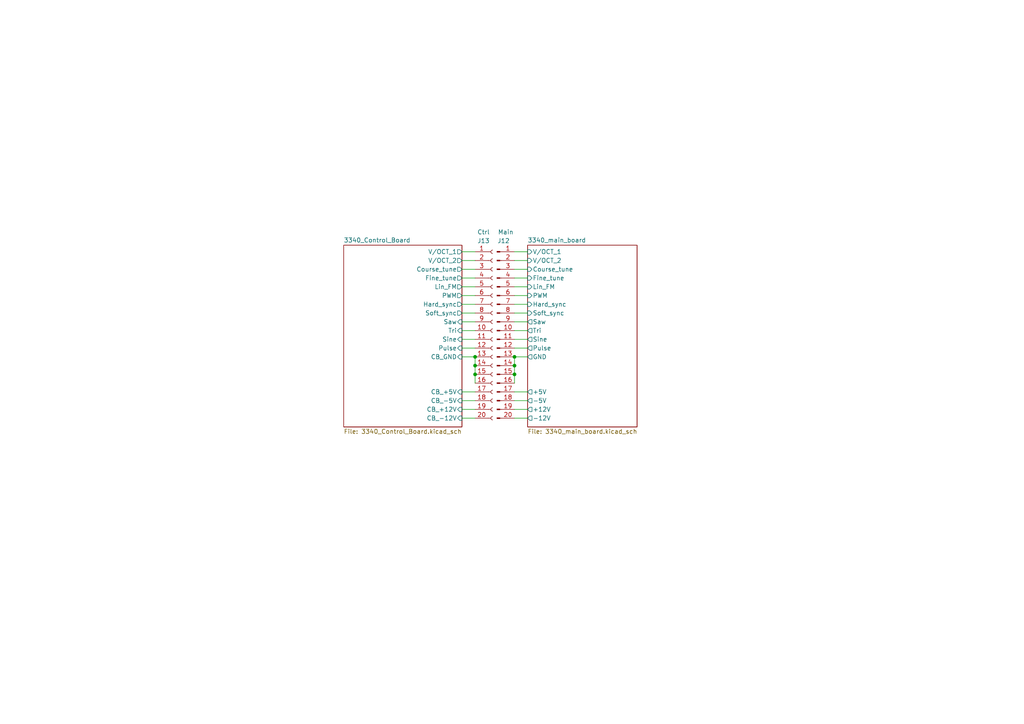
<source format=kicad_sch>
(kicad_sch (version 20230121) (generator eeschema)
  (paper "A4")
  (title_block (title "Eurorack 3340 VCO") (date "2024-02-16") (rev "0.1.2") (company "DIYSynthMNL") (comment 1 "This Revision is a Prototype"))
  (lib_symbols
    (symbol "Connector:Conn_01x20_Pin" (pin_names (offset 1.016) hide)
      (property "Reference" "J" (at 0 25.4 0))
      (property "Value" "Conn_01x20_Pin" (at 0 -27.94 0))
      (symbol "Conn_01x20_Pin_1_1"
        (polyline (pts (xy 1.27 -25.4) (xy 0.8636 -25.4)) (stroke (width 0.1524)))
        (polyline (pts (xy 1.27 -22.86) (xy 0.8636 -22.86)) (stroke (width 0.1524)))
        (polyline (pts (xy 1.27 -20.32) (xy 0.8636 -20.32)) (stroke (width 0.1524)))
        (polyline (pts (xy 1.27 -17.78) (xy 0.8636 -17.78)) (stroke (width 0.1524)))
        (polyline (pts (xy 1.27 -15.24) (xy 0.8636 -15.24)) (stroke (width 0.1524)))
        (polyline (pts (xy 1.27 -12.7) (xy 0.8636 -12.7)) (stroke (width 0.1524)))
        (polyline (pts (xy 1.27 -10.16) (xy 0.8636 -10.16)) (stroke (width 0.1524)))
        (polyline (pts (xy 1.27 -7.62) (xy 0.8636 -7.62)) (stroke (width 0.1524)))
        (polyline (pts (xy 1.27 -5.08) (xy 0.8636 -5.08)) (stroke (width 0.1524)))
        (polyline (pts (xy 1.27 -2.54) (xy 0.8636 -2.54)) (stroke (width 0.1524)))
        (polyline (pts (xy 1.27 0) (xy 0.8636 0)) (stroke (width 0.1524)))
        (polyline (pts (xy 1.27 2.54) (xy 0.8636 2.54)) (stroke (width 0.1524)))
        (polyline (pts (xy 1.27 5.08) (xy 0.8636 5.08)) (stroke (width 0.1524)))
        (polyline (pts (xy 1.27 7.62) (xy 0.8636 7.62)) (stroke (width 0.1524)))
        (polyline (pts (xy 1.27 10.16) (xy 0.8636 10.16)) (stroke (width 0.1524)))
        (polyline (pts (xy 1.27 12.7) (xy 0.8636 12.7)) (stroke (width 0.1524)))
        (polyline (pts (xy 1.27 15.24) (xy 0.8636 15.24)) (stroke (width 0.1524)))
        (polyline (pts (xy 1.27 17.78) (xy 0.8636 17.78)) (stroke (width 0.1524)))
        (polyline (pts (xy 1.27 20.32) (xy 0.8636 20.32)) (stroke (width 0.1524)))
        (polyline (pts (xy 1.27 22.86) (xy 0.8636 22.86)) (stroke (width 0.1524)))
        (rectangle (start 0.8636 -25.273) (end 0 -25.527) (stroke (width 0.1524)) (fill (type outline)))
        (rectangle (start 0.8636 -22.733) (end 0 -22.987) (stroke (width 0.1524)) (fill (type outline)))
        (rectangle (start 0.8636 -20.193) (end 0 -20.447) (stroke (width 0.1524)) (fill (type outline)))
        (rectangle (start 0.8636 -17.653) (end 0 -17.907) (stroke (width 0.1524)) (fill (type outline)))
        (rectangle (start 0.8636 -15.113) (end 0 -15.367) (stroke (width 0.1524)) (fill (type outline)))
        (rectangle (start 0.8636 -12.573) (end 0 -12.827) (stroke (width 0.1524)) (fill (type outline)))
        (rectangle (start 0.8636 -10.033) (end 0 -10.287) (stroke (width 0.1524)) (fill (type outline)))
        (rectangle (start 0.8636 -7.493) (end 0 -7.747) (stroke (width 0.1524)) (fill (type outline)))
        (rectangle (start 0.8636 -4.953) (end 0 -5.207) (stroke (width 0.1524)) (fill (type outline)))
        (rectangle (start 0.8636 -2.413) (end 0 -2.667) (stroke (width 0.1524)) (fill (type outline)))
        (rectangle (start 0.8636 0.127) (end 0 -0.127) (stroke (width 0.1524)) (fill (type outline)))
        (rectangle (start 0.8636 2.667) (end 0 2.413) (stroke (width 0.1524)) (fill (type outline)))
        (rectangle (start 0.8636 5.207) (end 0 4.953) (stroke (width 0.1524)) (fill (type outline)))
        (rectangle (start 0.8636 7.747) (end 0 7.493) (stroke (width 0.1524)) (fill (type outline)))
        (rectangle (start 0.8636 10.287) (end 0 10.033) (stroke (width 0.1524)) (fill (type outline)))
        (rectangle (start 0.8636 12.827) (end 0 12.573) (stroke (width 0.1524)) (fill (type outline)))
        (rectangle (start 0.8636 15.367) (end 0 15.113) (stroke (width 0.1524)) (fill (type outline)))
        (rectangle (start 0.8636 17.907) (end 0 17.653) (stroke (width 0.1524)) (fill (type outline)))
        (rectangle (start 0.8636 20.447) (end 0 20.193) (stroke (width 0.1524)) (fill (type outline)))
        (rectangle (start 0.8636 22.987) (end 0 22.733) (stroke (width 0.1524)) (fill (type outline)))
        (pin passive line (at 5.08 22.86 180) (length 3.81) (name "Pin_1") (number "1"))
        (pin passive line (at 5.08 0 180) (length 3.81) (name "Pin_10") (number "10"))
        (pin passive line (at 5.08 -2.54 180) (length 3.81) (name "Pin_11") (number "11"))
        (pin passive line (at 5.08 -5.08 180) (length 3.81) (name "Pin_12") (number "12"))
        (pin passive line (at 5.08 -7.62 180) (length 3.81) (name "Pin_13") (number "13"))
        (pin passive line (at 5.08 -10.16 180) (length 3.81) (name "Pin_14") (number "14"))
        (pin passive line (at 5.08 -12.7 180) (length 3.81) (name "Pin_15") (number "15"))
        (pin passive line (at 5.08 -15.24 180) (length 3.81) (name "Pin_16") (number "16"))
        (pin passive line (at 5.08 -17.78 180) (length 3.81) (name "Pin_17") (number "17"))
        (pin passive line (at 5.08 -20.32 180) (length 3.81) (name "Pin_18") (number "18"))
        (pin passive line (at 5.08 -22.86 180) (length 3.81) (name "Pin_19") (number "19"))
        (pin passive line (at 5.08 20.32 180) (length 3.81) (name "Pin_2") (number "2"))
        (pin passive line (at 5.08 -25.4 180) (length 3.81) (name "Pin_20") (number "20"))
        (pin passive line (at 5.08 17.78 180) (length 3.81) (name "Pin_3") (number "3"))
        (pin passive line (at 5.08 15.24 180) (length 3.81) (name "Pin_4") (number "4"))
        (pin passive line (at 5.08 12.7 180) (length 3.81) (name "Pin_5") (number "5"))
        (pin passive line (at 5.08 10.16 180) (length 3.81) (name "Pin_6") (number "6"))
        (pin passive line (at 5.08 7.62 180) (length 3.81) (name "Pin_7") (number "7"))
        (pin passive line (at 5.08 5.08 180) (length 3.81) (name "Pin_8") (number "8"))
        (pin passive line (at 5.08 2.54 180) (length 3.81) (name "Pin_9") (number "9"))
      )
    )
    (symbol "Connector:Conn_01x20_Socket" (pin_names (offset 1.016) hide)
      (property "Reference" "J" (at 0 25.4 0))
      (property "Value" "Conn_01x20_Socket" (at 0 -27.94 0))
      (symbol "Conn_01x20_Socket_1_1"
        (arc (start 0 -24.892) (mid -0.5058 -25.4) (end 0 -25.908) (stroke (width 0.1524)))
        (arc (start 0 -22.352) (mid -0.5058 -22.86) (end 0 -23.368) (stroke (width 0.1524)))
        (arc (start 0 -19.812) (mid -0.5058 -20.32) (end 0 -20.828) (stroke (width 0.1524)))
        (arc (start 0 -17.272) (mid -0.5058 -17.78) (end 0 -18.288) (stroke (width 0.1524)))
        (arc (start 0 -14.732) (mid -0.5058 -15.24) (end 0 -15.748) (stroke (width 0.1524)))
        (arc (start 0 -12.192) (mid -0.5058 -12.7) (end 0 -13.208) (stroke (width 0.1524)))
        (arc (start 0 -9.652) (mid -0.5058 -10.16) (end 0 -10.668) (stroke (width 0.1524)))
        (arc (start 0 -7.112) (mid -0.5058 -7.62) (end 0 -8.128) (stroke (width 0.1524)))
        (arc (start 0 -4.572) (mid -0.5058 -5.08) (end 0 -5.588) (stroke (width 0.1524)))
        (arc (start 0 -2.032) (mid -0.5058 -2.54) (end 0 -3.048) (stroke (width 0.1524)))
        (polyline (pts (xy -1.27 -25.4) (xy -0.508 -25.4)) (stroke (width 0.1524)))
        (polyline (pts (xy -1.27 -22.86) (xy -0.508 -22.86)) (stroke (width 0.1524)))
        (polyline (pts (xy -1.27 -20.32) (xy -0.508 -20.32)) (stroke (width 0.1524)))
        (polyline (pts (xy -1.27 -17.78) (xy -0.508 -17.78)) (stroke (width 0.1524)))
        (polyline (pts (xy -1.27 -15.24) (xy -0.508 -15.24)) (stroke (width 0.1524)))
        (polyline (pts (xy -1.27 -12.7) (xy -0.508 -12.7)) (stroke (width 0.1524)))
        (polyline (pts (xy -1.27 -10.16) (xy -0.508 -10.16)) (stroke (width 0.1524)))
        (polyline (pts (xy -1.27 -7.62) (xy -0.508 -7.62)) (stroke (width 0.1524)))
        (polyline (pts (xy -1.27 -5.08) (xy -0.508 -5.08)) (stroke (width 0.1524)))
        (polyline (pts (xy -1.27 -2.54) (xy -0.508 -2.54)) (stroke (width 0.1524)))
        (polyline (pts (xy -1.27 0) (xy -0.508 0)) (stroke (width 0.1524)))
        (polyline (pts (xy -1.27 2.54) (xy -0.508 2.54)) (stroke (width 0.1524)))
        (polyline (pts (xy -1.27 5.08) (xy -0.508 5.08)) (stroke (width 0.1524)))
        (polyline (pts (xy -1.27 7.62) (xy -0.508 7.62)) (stroke (width 0.1524)))
        (polyline (pts (xy -1.27 10.16) (xy -0.508 10.16)) (stroke (width 0.1524)))
        (polyline (pts (xy -1.27 12.7) (xy -0.508 12.7)) (stroke (width 0.1524)))
        (polyline (pts (xy -1.27 15.24) (xy -0.508 15.24)) (stroke (width 0.1524)))
        (polyline (pts (xy -1.27 17.78) (xy -0.508 17.78)) (stroke (width 0.1524)))
        (polyline (pts (xy -1.27 20.32) (xy -0.508 20.32)) (stroke (width 0.1524)))
        (polyline (pts (xy -1.27 22.86) (xy -0.508 22.86)) (stroke (width 0.1524)))
        (arc (start 0 0.508) (mid -0.5058 0) (end 0 -0.508) (stroke (width 0.1524)))
        (arc (start 0 3.048) (mid -0.5058 2.54) (end 0 2.032) (stroke (width 0.1524)))
        (arc (start 0 5.588) (mid -0.5058 5.08) (end 0 4.572) (stroke (width 0.1524)))
        (arc (start 0 8.128) (mid -0.5058 7.62) (end 0 7.112) (stroke (width 0.1524)))
        (arc (start 0 10.668) (mid -0.5058 10.16) (end 0 9.652) (stroke (width 0.1524)))
        (arc (start 0 13.208) (mid -0.5058 12.7) (end 0 12.192) (stroke (width 0.1524)))
        (arc (start 0 15.748) (mid -0.5058 15.24) (end 0 14.732) (stroke (width 0.1524)))
        (arc (start 0 18.288) (mid -0.5058 17.78) (end 0 17.272) (stroke (width 0.1524)))
        (arc (start 0 20.828) (mid -0.5058 20.32) (end 0 19.812) (stroke (width 0.1524)))
        (arc (start 0 23.368) (mid -0.5058 22.86) (end 0 22.352) (stroke (width 0.1524)))
        (pin passive line (at -5.08 22.86 0) (length 3.81) (name "Pin_1") (number "1"))
        (pin passive line (at -5.08 0 0) (length 3.81) (name "Pin_10") (number "10"))
        (pin passive line (at -5.08 -2.54 0) (length 3.81) (name "Pin_11") (number "11"))
        (pin passive line (at -5.08 -5.08 0) (length 3.81) (name "Pin_12") (number "12"))
        (pin passive line (at -5.08 -7.62 0) (length 3.81) (name "Pin_13") (number "13"))
        (pin passive line (at -5.08 -10.16 0) (length 3.81) (name "Pin_14") (number "14"))
        (pin passive line (at -5.08 -12.7 0) (length 3.81) (name "Pin_15") (number "15"))
        (pin passive line (at -5.08 -15.24 0) (length 3.81) (name "Pin_16") (number "16"))
        (pin passive line (at -5.08 -17.78 0) (length 3.81) (name "Pin_17") (number "17"))
        (pin passive line (at -5.08 -20.32 0) (length 3.81) (name "Pin_18") (number "18"))
        (pin passive line (at -5.08 -22.86 0) (length 3.81) (name "Pin_19") (number "19"))
        (pin passive line (at -5.08 20.32 0) (length 3.81) (name "Pin_2") (number "2"))
        (pin passive line (at -5.08 -25.4 0) (length 3.81) (name "Pin_20") (number "20"))
        (pin passive line (at -5.08 17.78 0) (length 3.81) (name "Pin_3") (number "3"))
        (pin passive line (at -5.08 15.24 0) (length 3.81) (name "Pin_4") (number "4"))
        (pin passive line (at -5.08 12.7 0) (length 3.81) (name "Pin_5") (number "5"))
        (pin passive line (at -5.08 10.16 0) (length 3.81) (name "Pin_6") (number "6"))
        (pin passive line (at -5.08 7.62 0) (length 3.81) (name "Pin_7") (number "7"))
        (pin passive line (at -5.08 5.08 0) (length 3.81) (name "Pin_8") (number "8"))
        (pin passive line (at -5.08 2.54 0) (length 3.81) (name "Pin_9") (number "9"))
      )
    )
  )
  (junction (at 149.225 108.585))
  (junction (at 149.225 106.045))
  (junction (at 137.795 108.585))
  (junction (at 137.795 106.045))
  (junction (at 137.795 103.505))
  (junction (at 149.225 103.505))
  (wire (pts (xy 149.225 98.425) (xy 153.035 98.425)))
  (wire (pts (xy 137.795 103.505) (xy 137.795 106.045)))
  (wire (pts (xy 133.985 75.565) (xy 137.795 75.565)))
  (wire (pts (xy 133.985 78.105) (xy 137.795 78.105)))
  (wire (pts (xy 149.225 75.565) (xy 153.035 75.565)))
  (wire (pts (xy 149.225 80.645) (xy 153.035 80.645)))
  (wire (pts (xy 133.985 98.425) (xy 137.795 98.425)))
  (wire (pts (xy 133.985 118.745) (xy 137.795 118.745)))
  (wire (pts (xy 149.225 88.265) (xy 153.035 88.265)))
  (wire (pts (xy 149.225 95.885) (xy 153.035 95.885)))
  (wire (pts (xy 149.225 73.025) (xy 153.035 73.025)))
  (wire (pts (xy 149.225 78.105) (xy 153.035 78.105)))
  (wire (pts (xy 133.985 121.285) (xy 137.795 121.285)))
  (wire (pts (xy 149.225 113.665) (xy 153.035 113.665)))
  (wire (pts (xy 133.985 93.345) (xy 137.795 93.345)))
  (wire (pts (xy 149.225 118.745) (xy 153.035 118.745)))
  (wire (pts (xy 133.985 83.185) (xy 137.795 83.185)))
  (wire (pts (xy 133.985 95.885) (xy 137.795 95.885)))
  (wire (pts (xy 133.985 80.645) (xy 137.795 80.645)))
  (wire (pts (xy 133.985 90.805) (xy 137.795 90.805)))
  (wire (pts (xy 137.795 106.045) (xy 137.795 108.585)))
  (wire (pts (xy 133.985 113.665) (xy 137.795 113.665)))
  (wire (pts (xy 149.225 121.285) (xy 153.035 121.285)))
  (wire (pts (xy 133.985 88.265) (xy 137.795 88.265)))
  (wire (pts (xy 149.225 85.725) (xy 153.035 85.725)))
  (wire (pts (xy 137.795 108.585) (xy 137.795 111.125)))
  (wire (pts (xy 149.225 103.505) (xy 149.225 106.045)))
  (wire (pts (xy 149.225 100.965) (xy 153.035 100.965)))
  (wire (pts (xy 149.225 108.585) (xy 149.225 111.125)))
  (wire (pts (xy 149.225 90.805) (xy 153.035 90.805)))
  (wire (pts (xy 149.225 83.185) (xy 153.035 83.185)))
  (wire (pts (xy 149.225 93.345) (xy 153.035 93.345)))
  (wire (pts (xy 149.225 106.045) (xy 149.225 108.585)))
  (wire (pts (xy 133.985 73.025) (xy 137.795 73.025)))
  (wire (pts (xy 133.985 85.725) (xy 137.795 85.725)))
  (wire (pts (xy 149.225 116.205) (xy 153.035 116.205)))
  (wire (pts (xy 133.985 116.205) (xy 137.795 116.205)))
  (wire (pts (xy 133.985 103.505) (xy 137.795 103.505)))
  (wire (pts (xy 133.985 100.965) (xy 137.795 100.965)))
  (wire (pts (xy 149.225 103.505) (xy 153.035 103.505)))
  (symbol (lib_id "Connector:Conn_01x20_Socket") (at 142.875 95.885 0) (unit 1)
    (property "Reference" "J13" (at 138.43 69.85 0) (effects (justify left)))
    (property "Value" "Ctrl" (at 138.43 67.31 0) (effects (justify left)))
  )
  (symbol (lib_id "Connector:Conn_01x20_Pin") (at 144.145 95.885 0) (unit 1)
    (property "Reference" "J12" (at 146.05 69.85 0))
    (property "Value" "Main" (at 146.685 67.31 0))
  )
  (sheet (at 99.695 71.12) (size 34.29 52.705) (stroke (width 0.1524))
    (property "Sheetname" "3340_Control_Board" (at 99.695 70.4084 0) (effects (justify left bottom)))
    (property "Sheetfile" "3340_Control_Board.kicad_sch" (at 99.695 124.4096 0) (effects (justify left top)))
    (pin "Hard_sync" output (at 133.985 88.265 0))
    (pin "PWM" output (at 133.985 85.725 0))
    (pin "Soft_sync" output (at 133.985 90.805 0))
    (pin "V{slash}OCT_2" output (at 133.985 75.565 0))
    (pin "Course_tune" output (at 133.985 78.105 0))
    (pin "V{slash}OCT_1" output (at 133.985 73.025 0))
    (pin "Fine_tune" output (at 133.985 80.645 0))
    (pin "Sine" input (at 133.985 98.425 0))
    (pin "Pulse" input (at 133.985 100.965 0))
    (pin "Tri" input (at 133.985 95.885 0))
    (pin "Saw" input (at 133.985 93.345 0))
    (pin "Lin_FM" output (at 133.985 83.185 0))
    (pin "CB_+5V" input (at 133.985 113.665 0))
    (pin "CB_-5V" input (at 133.985 116.205 0))
    (pin "CB_GND" input (at 133.985 103.505 0))
    (pin "CB_+12V" input (at 133.985 118.745 0))
    (pin "CB_-12V" input (at 133.985 121.285 0))
  )
  (sheet (at 153.035 71.12) (size 31.75 52.705) (stroke (width 0.1524))
    (property "Sheetname" "3340_main_board" (at 153.035 70.4084 0) (effects (justify left bottom)))
    (property "Sheetfile" "3340_main_board.kicad_sch" (at 153.035 124.4096 0) (effects (justify left top)))
    (pin "Pulse" output (at 153.035 100.965 180))
    (pin "Saw" output (at 153.035 93.345 180))
    (pin "Sine" output (at 153.035 98.425 180))
    (pin "Tri" output (at 153.035 95.885 180))
    (pin "-12V" output (at 153.035 121.285 180))
    (pin "+12V" output (at 153.035 118.745 180))
    (pin "-5V" output (at 153.035 116.205 180))
    (pin "+5V" output (at 153.035 113.665 180))
    (pin "V{slash}OCT_1" input (at 153.035 73.025 180))
    (pin "Hard_sync" input (at 153.035 88.265 180))
    (pin "Soft_sync" input (at 153.035 90.805 180))
    (pin "PWM" input (at 153.035 85.725 180))
    (pin "Course_tune" input (at 153.035 78.105 180))
    (pin "V{slash}OCT_2" input (at 153.035 75.565 180))
    (pin "Fine_tune" input (at 153.035 80.645 180))
    (pin "Lin_FM" input (at 153.035 83.185 180))
    (pin "GND" output (at 153.035 103.505 180))
  )
)
</source>
